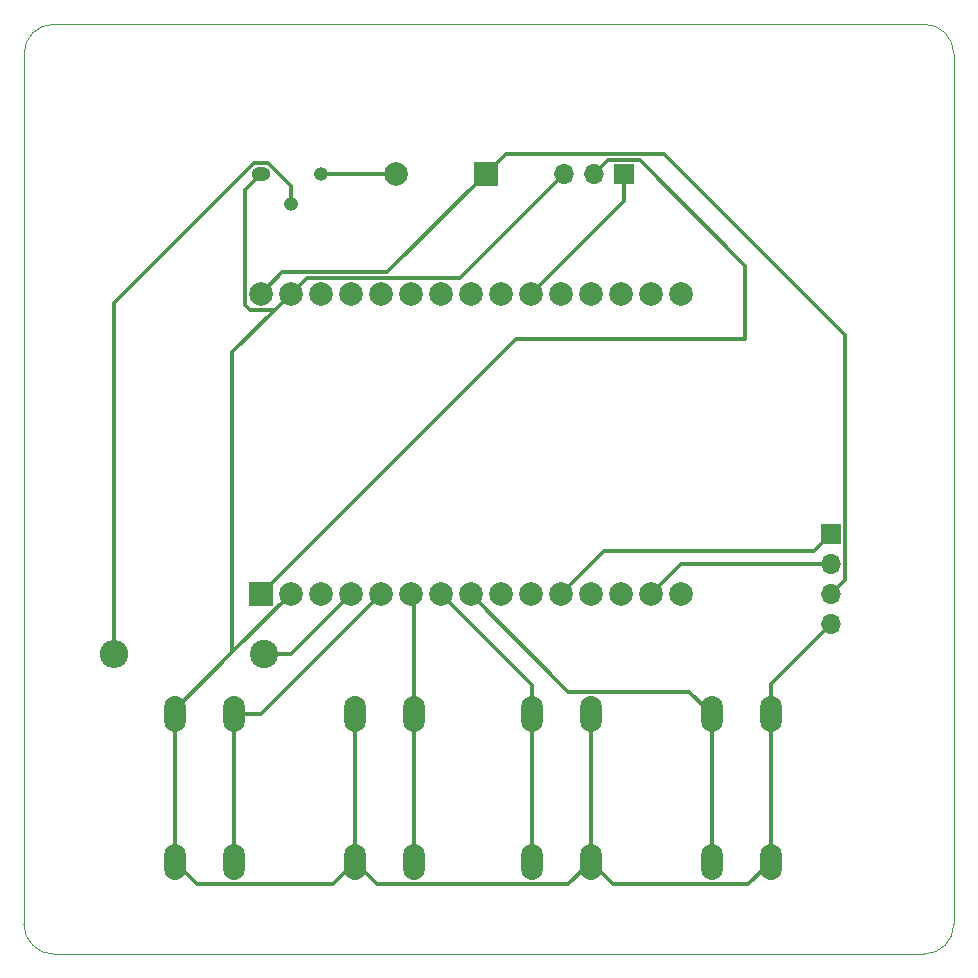
<source format=gbr>
%TF.GenerationSoftware,KiCad,Pcbnew,7.0.9*%
%TF.CreationDate,2023-11-28T22:12:25-05:00*%
%TF.ProjectId,h,682e6b69-6361-4645-9f70-636258585858,rev?*%
%TF.SameCoordinates,Original*%
%TF.FileFunction,Profile,NP*%
%FSLAX46Y46*%
G04 Gerber Fmt 4.6, Leading zero omitted, Abs format (unit mm)*
G04 Created by KiCad (PCBNEW 7.0.9) date 2023-11-28 22:12:25*
%MOMM*%
%LPD*%
G01*
G04 APERTURE LIST*
%TA.AperFunction,Profile*%
%ADD10C,0.100000*%
%TD*%
%TA.AperFunction,ComponentPad*%
%ADD11O,1.850000X3.048000*%
%TD*%
%TA.AperFunction,ComponentPad*%
%ADD12C,2.400000*%
%TD*%
%TA.AperFunction,ComponentPad*%
%ADD13O,2.400000X2.400000*%
%TD*%
%TA.AperFunction,ComponentPad*%
%ADD14C,2.000000*%
%TD*%
%TA.AperFunction,ComponentPad*%
%ADD15R,2.000000X2.000000*%
%TD*%
%TA.AperFunction,ComponentPad*%
%ADD16O,1.200000X1.200000*%
%TD*%
%TA.AperFunction,ComponentPad*%
%ADD17O,1.600000X1.200000*%
%TD*%
%TA.AperFunction,ComponentPad*%
%ADD18O,1.700000X1.700000*%
%TD*%
%TA.AperFunction,ComponentPad*%
%ADD19R,1.700000X1.700000*%
%TD*%
%TA.AperFunction,Conductor*%
%ADD20C,0.300000*%
%TD*%
G04 APERTURE END LIST*
D10*
X99060000Y-50800000D02*
G75*
G03*
X96520000Y-53340000I0J-2540000D01*
G01*
X96520000Y-127000000D02*
G75*
G03*
X99060000Y-129540000I2540000J0D01*
G01*
X172720000Y-129540000D02*
G75*
G03*
X175260000Y-127000000I0J2540000D01*
G01*
X175260000Y-53340000D02*
G75*
G03*
X172720000Y-50800000I-2540000J0D01*
G01*
X96520000Y-127000000D02*
X96520000Y-53340000D01*
X172720000Y-129540000D02*
X99060000Y-129540000D01*
X175260000Y-53340000D02*
X175260000Y-127000000D01*
X99060000Y-50800000D02*
X172720000Y-50800000D01*
D11*
%TO.P,SW1,2,2*%
%TO.N,GND*%
X109300000Y-121720000D03*
X109300000Y-109220000D03*
%TO.P,SW1,1,1*%
%TO.N,/D4*%
X114300000Y-121720000D03*
X114300000Y-109220000D03*
%TD*%
D12*
%TO.P,R2,1*%
%TO.N,/D2*%
X116840000Y-104140000D03*
D13*
%TO.P,R2,2*%
%TO.N,Net-(Q1-B)*%
X104140000Y-104140000D03*
%TD*%
D14*
%TO.P,U1,16,EN*%
%TO.N,unconnected-(U1-EN-Pad16)*%
X152125000Y-73660000D03*
%TO.P,U1,17,VP*%
%TO.N,unconnected-(U1-VP-Pad17)*%
X149585000Y-73660000D03*
%TO.P,U1,18,VN*%
%TO.N,unconnected-(U1-VN-Pad18)*%
X147045000Y-73660000D03*
%TO.P,U1,19,D34*%
%TO.N,unconnected-(U1-D34-Pad19)*%
X144505000Y-73660000D03*
%TO.P,U1,20,D35*%
%TO.N,unconnected-(U1-D35-Pad20)*%
X141965000Y-73660000D03*
%TO.P,U1,21,D32*%
%TO.N,/D32*%
X139425000Y-73660000D03*
%TO.P,U1,22,D33*%
%TO.N,unconnected-(U1-D33-Pad22)*%
X136885000Y-73660000D03*
%TO.P,U1,23,D25*%
%TO.N,unconnected-(U1-D25-Pad23)*%
X134345000Y-73660000D03*
%TO.P,U1,24,D26*%
%TO.N,unconnected-(U1-D26-Pad24)*%
X131805000Y-73660000D03*
%TO.P,U1,25,D27*%
%TO.N,unconnected-(U1-D27-Pad25)*%
X129265000Y-73660000D03*
%TO.P,U1,26,D14*%
%TO.N,/D14*%
X126725000Y-73660000D03*
%TO.P,U1,27,D12*%
%TO.N,unconnected-(U1-D12-Pad27)*%
X124185000Y-73660000D03*
%TO.P,U1,28,D13*%
%TO.N,unconnected-(U1-D13-Pad28)*%
X121645000Y-73660000D03*
%TO.P,U1,29,GND*%
%TO.N,GND*%
X119105000Y-73660000D03*
%TO.P,U1,30,VIN*%
%TO.N,+5V*%
X116565000Y-73660000D03*
%TO.P,U1,15,D23*%
%TO.N,unconnected-(U1-D23-Pad15)*%
X152125000Y-99060000D03*
%TO.P,U1,14,D22*%
%TO.N,/D22*%
X149585000Y-99060000D03*
%TO.P,U1,13,TX0*%
%TO.N,unconnected-(U1-TX0-Pad13)*%
X147045000Y-99060000D03*
%TO.P,U1,12,RX0*%
%TO.N,unconnected-(U1-RX0-Pad12)*%
X144505000Y-99060000D03*
%TO.P,U1,11,D21*%
%TO.N,/D21*%
X141965000Y-99060000D03*
%TO.P,U1,10,D19*%
%TO.N,unconnected-(U1-D19-Pad10)*%
X139425000Y-99060000D03*
%TO.P,U1,9,D18*%
%TO.N,unconnected-(U1-D18-Pad9)*%
X136885000Y-99060000D03*
%TO.P,U1,8,D5*%
%TO.N,/D5*%
X134345000Y-99060000D03*
%TO.P,U1,7,TX2*%
%TO.N,/D17*%
X131805000Y-99060000D03*
%TO.P,U1,6,RX2*%
%TO.N,/D16*%
X129265000Y-99060000D03*
%TO.P,U1,5,D4*%
%TO.N,/D4*%
X126725000Y-99060000D03*
%TO.P,U1,4,D2*%
%TO.N,/D2*%
X124185000Y-99060000D03*
%TO.P,U1,3,D15*%
%TO.N,unconnected-(U1-D15-Pad3)*%
X121645000Y-99060000D03*
%TO.P,U1,2,GND*%
%TO.N,GND*%
X119105000Y-99060000D03*
D15*
%TO.P,U1,1,3V3*%
%TO.N,+3.3V*%
X116565000Y-99060000D03*
%TD*%
D11*
%TO.P,SW4,2,2*%
%TO.N,GND*%
X159745000Y-109220000D03*
X159745000Y-121720000D03*
%TO.P,SW4,1,1*%
%TO.N,/D5*%
X154745000Y-109220000D03*
X154745000Y-121720000D03*
%TD*%
%TO.P,SW3,2,2*%
%TO.N,GND*%
X144505000Y-109220000D03*
X144505000Y-121720000D03*
%TO.P,SW3,1,1*%
%TO.N,/D17*%
X139505000Y-109220000D03*
X139505000Y-121720000D03*
%TD*%
%TO.P,SW2,2,2*%
%TO.N,GND*%
X124540000Y-121720000D03*
X124540000Y-109220000D03*
%TO.P,SW2,1,1*%
%TO.N,/D16*%
X129540000Y-121720000D03*
X129540000Y-109220000D03*
%TD*%
D16*
%TO.P,Q1,3,C*%
%TO.N,Net-(BZ1-+)*%
X121645000Y-63500000D03*
%TO.P,Q1,2,B*%
%TO.N,Net-(Q1-B)*%
X119105000Y-66040000D03*
D17*
%TO.P,Q1,1,E*%
%TO.N,GND*%
X116565000Y-63500000D03*
%TD*%
D18*
%TO.P,J1,4,Pin_4*%
%TO.N,GND*%
X164825000Y-101600000D03*
%TO.P,J1,3,Pin_3*%
%TO.N,+5V*%
X164825000Y-99060000D03*
%TO.P,J1,2,Pin_2*%
%TO.N,/D22*%
X164825000Y-96520000D03*
D19*
%TO.P,J1,1,Pin_1*%
%TO.N,/D21*%
X164825000Y-93980000D03*
%TD*%
D14*
%TO.P,BZ1,2,+*%
%TO.N,Net-(BZ1-+)*%
X128005000Y-63500000D03*
D15*
%TO.P,BZ1,1,-*%
%TO.N,+5V*%
X135605000Y-63500000D03*
%TD*%
D18*
%TO.P,A1,3,GND*%
%TO.N,GND*%
X142240000Y-63500000D03*
%TO.P,A1,2,VOUT*%
%TO.N,+3.3V*%
X144780000Y-63500000D03*
D19*
%TO.P,A1,1,+VS*%
%TO.N,/D32*%
X147320000Y-63500000D03*
%TD*%
D20*
%TO.N,GND*%
X114162500Y-78602500D02*
X114162500Y-104002500D01*
X117755000Y-75010000D02*
X114162500Y-78602500D01*
X114162500Y-104002500D02*
X119105000Y-99060000D01*
X109300000Y-108865000D02*
X114162500Y-104002500D01*
%TO.N,Net-(Q1-B)*%
X104140000Y-74381497D02*
X104140000Y-104140000D01*
X115971497Y-62550000D02*
X104140000Y-74381497D01*
X117158503Y-62550000D02*
X115971497Y-62550000D01*
X119105000Y-64496497D02*
X117158503Y-62550000D01*
X119105000Y-66040000D02*
X119105000Y-64496497D01*
%TO.N,/D21*%
X163385000Y-95420000D02*
X145605000Y-95420000D01*
X145605000Y-95420000D02*
X141965000Y-99060000D01*
X164825000Y-93980000D02*
X163385000Y-95420000D01*
%TO.N,/D22*%
X152125000Y-96520000D02*
X149585000Y-99060000D01*
X164825000Y-96520000D02*
X152125000Y-96520000D01*
%TO.N,+5V*%
X166025000Y-77125000D02*
X166025000Y-97860000D01*
X166025000Y-97860000D02*
X164825000Y-99060000D01*
X150700000Y-61800000D02*
X166025000Y-77125000D01*
X137305000Y-61800000D02*
X150700000Y-61800000D01*
X135605000Y-63500000D02*
X137305000Y-61800000D01*
%TO.N,GND*%
X115650000Y-75010000D02*
X117755000Y-75010000D01*
X115215000Y-74575000D02*
X115650000Y-75010000D01*
X115215000Y-64850000D02*
X115215000Y-74575000D01*
X117755000Y-75010000D02*
X119105000Y-73660000D01*
X116565000Y-63500000D02*
X115215000Y-64850000D01*
%TO.N,+5V*%
X118415000Y-71810000D02*
X116565000Y-73660000D01*
X127295000Y-71810000D02*
X118415000Y-71810000D01*
X135605000Y-63500000D02*
X127295000Y-71810000D01*
%TO.N,+3.3V*%
X138195000Y-77430000D02*
X116565000Y-99060000D01*
X157617132Y-77430000D02*
X138195000Y-77430000D01*
X157617132Y-71257132D02*
X157617132Y-77430000D01*
X148660000Y-62300000D02*
X157617132Y-71257132D01*
X145980000Y-62300000D02*
X148660000Y-62300000D01*
X144780000Y-63500000D02*
X145980000Y-62300000D01*
%TO.N,/D32*%
X147320000Y-65765000D02*
X139425000Y-73660000D01*
X147320000Y-63500000D02*
X147320000Y-65765000D01*
%TO.N,GND*%
X120455000Y-72310000D02*
X119105000Y-73660000D01*
X133430000Y-72310000D02*
X120455000Y-72310000D01*
X142240000Y-63500000D02*
X133430000Y-72310000D01*
%TO.N,/D2*%
X119105000Y-104140000D02*
X124185000Y-99060000D01*
X116840000Y-104140000D02*
X119105000Y-104140000D01*
%TO.N,GND*%
X157871000Y-123594000D02*
X159745000Y-121720000D01*
X146379000Y-123594000D02*
X157871000Y-123594000D01*
X144505000Y-121720000D02*
X146379000Y-123594000D01*
X142631000Y-123594000D02*
X144505000Y-121720000D01*
X126414000Y-123594000D02*
X142631000Y-123594000D01*
X124540000Y-121720000D02*
X126414000Y-123594000D01*
X122666000Y-123594000D02*
X124540000Y-121720000D01*
X111174000Y-123594000D02*
X122666000Y-123594000D01*
X109300000Y-121720000D02*
X111174000Y-123594000D01*
%TO.N,/D5*%
X142631000Y-107346000D02*
X134345000Y-99060000D01*
X152871000Y-107346000D02*
X142631000Y-107346000D01*
X154745000Y-109220000D02*
X152871000Y-107346000D01*
%TO.N,/D17*%
X139505000Y-106760000D02*
X131805000Y-99060000D01*
X139505000Y-109220000D02*
X139505000Y-106760000D01*
%TO.N,/D16*%
X129540000Y-99335000D02*
X129265000Y-99060000D01*
X129540000Y-109220000D02*
X129540000Y-99335000D01*
%TO.N,/D4*%
X116565000Y-109220000D02*
X126725000Y-99060000D01*
X114300000Y-109220000D02*
X116565000Y-109220000D01*
%TO.N,GND*%
X109300000Y-109220000D02*
X109300000Y-108865000D01*
%TO.N,Net-(BZ1-+)*%
X121645000Y-63500000D02*
X128005000Y-63500000D01*
%TO.N,GND*%
X159745000Y-109220000D02*
X159745000Y-106680000D01*
X159745000Y-106680000D02*
X164825000Y-101600000D01*
X159745000Y-121720000D02*
X159745000Y-109220000D01*
%TO.N,/D5*%
X154745000Y-121720000D02*
X154745000Y-109220000D01*
%TO.N,GND*%
X144505000Y-121720000D02*
X144505000Y-109220000D01*
%TO.N,/D17*%
X139505000Y-121720000D02*
X139505000Y-109220000D01*
%TO.N,/D16*%
X129540000Y-121720000D02*
X129540000Y-109220000D01*
%TO.N,GND*%
X124540000Y-121720000D02*
X124540000Y-109220000D01*
%TO.N,/D4*%
X114300000Y-121720000D02*
X114300000Y-109220000D01*
%TO.N,GND*%
X109300000Y-121720000D02*
X109300000Y-109220000D01*
%TD*%
M02*

</source>
